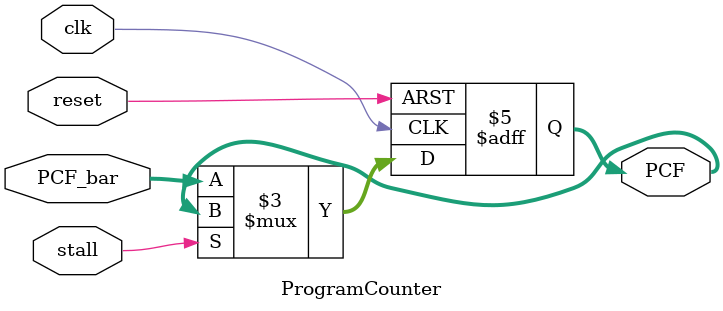
<source format=v>
`timescale 1ns / 1ps


module ProgramCounter(
input [31:0]PCF_bar,
input reset,
input clk,
input stall, 
output reg [31:0]PCF);

always @(posedge clk,posedge reset)
begin
	if(reset)
		PCF <= 32'b0;
	else if (stall)
		PCF <= PCF;
	else begin
		PCF <= PCF_bar;
	end
end
endmodule

</source>
